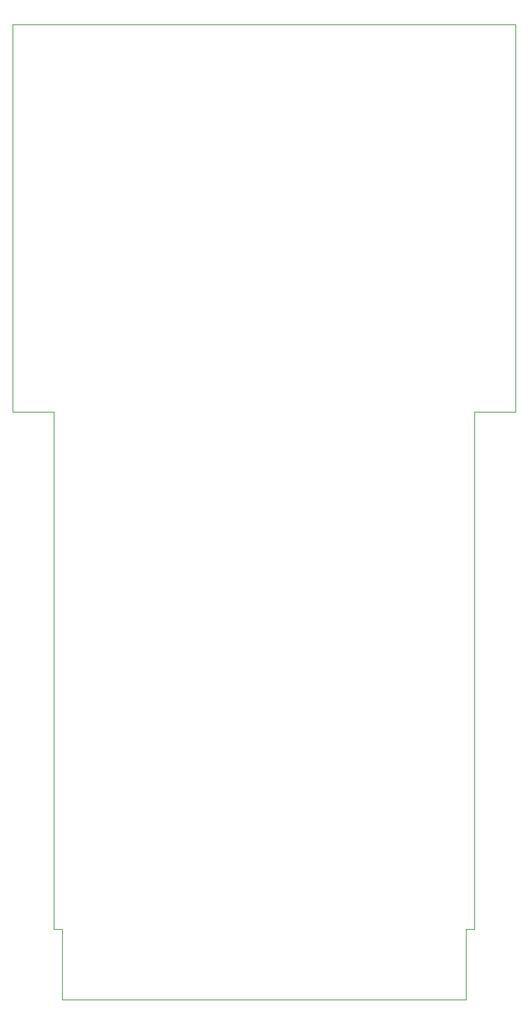
<source format=gbr>
G04 #@! TF.GenerationSoftware,KiCad,Pcbnew,(5.1.5)-3*
G04 #@! TF.CreationDate,2022-01-30T10:55:24+01:00*
G04 #@! TF.ProjectId,pcb,7063622e-6b69-4636-9164-5f7063625858,rev?*
G04 #@! TF.SameCoordinates,Original*
G04 #@! TF.FileFunction,Profile,NP*
%FSLAX46Y46*%
G04 Gerber Fmt 4.6, Leading zero omitted, Abs format (unit mm)*
G04 Created by KiCad (PCBNEW (5.1.5)-3) date 2022-01-30 10:55:24*
%MOMM*%
%LPD*%
G04 APERTURE LIST*
%ADD10C,0.050000*%
G04 APERTURE END LIST*
D10*
X88000000Y-105250000D02*
X93000000Y-105250000D01*
X88000000Y-151000000D02*
X88000000Y-105250000D01*
X37000000Y-105250000D02*
X37000000Y-151000000D01*
X32000000Y-105250000D02*
X37000000Y-105250000D01*
X32000000Y-58250000D02*
X32000000Y-105250000D01*
X93000000Y-58250000D02*
X93000000Y-105250000D01*
X32000000Y-58250000D02*
X93000000Y-58250000D01*
X88000000Y-168000000D02*
X88000000Y-151000000D01*
X87000000Y-168000000D02*
X88000000Y-168000000D01*
X87000000Y-176500000D02*
X87000000Y-168000000D01*
X38000000Y-176500000D02*
X87000000Y-176500000D01*
X37000000Y-168000000D02*
X37000000Y-151000000D01*
X38000000Y-168000000D02*
X37000000Y-168000000D01*
X38000000Y-176500000D02*
X38000000Y-168000000D01*
M02*

</source>
